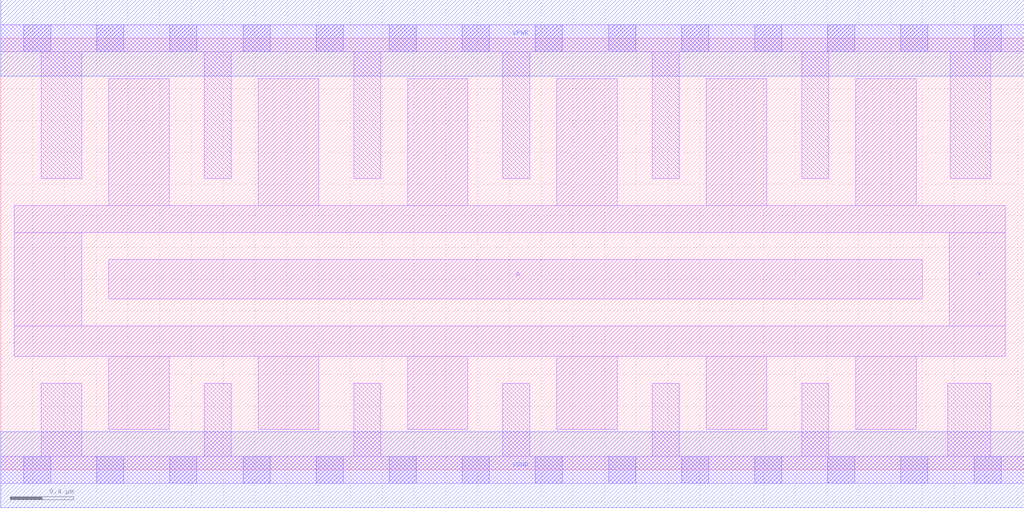
<source format=lef>
# Copyright 2020 The SkyWater PDK Authors
#
# Licensed under the Apache License, Version 2.0 (the "License");
# you may not use this file except in compliance with the License.
# You may obtain a copy of the License at
#
#     https://www.apache.org/licenses/LICENSE-2.0
#
# Unless required by applicable law or agreed to in writing, software
# distributed under the License is distributed on an "AS IS" BASIS,
# WITHOUT WARRANTIES OR CONDITIONS OF ANY KIND, either express or implied.
# See the License for the specific language governing permissions and
# limitations under the License.
#
# SPDX-License-Identifier: Apache-2.0

VERSION 5.7 ;
  NAMESCASESENSITIVE ON ;
  NOWIREEXTENSIONATPIN ON ;
  DIVIDERCHAR "/" ;
  BUSBITCHARS "[]" ;
UNITS
  DATABASE MICRONS 200 ;
END UNITS
PROPERTYDEFINITIONS
  MACRO maskLayoutSubType STRING ;
  MACRO prCellType STRING ;
  MACRO originalViewName STRING ;
END PROPERTYDEFINITIONS
MACRO sky130_fd_sc_hdll__inv_12
  CLASS CORE ;
  FOREIGN sky130_fd_sc_hdll__inv_12 ;
  ORIGIN  0.000000  0.000000 ;
  SIZE  6.440000 BY  2.720000 ;
  SYMMETRY X Y R90 ;
  SITE unithd ;
  PIN A
    ANTENNAGATEAREA  3.330000 ;
    DIRECTION INPUT ;
    USE SIGNAL ;
    PORT
      LAYER li1 ;
        RECT 0.680000 1.075000 5.800000 1.325000 ;
    END
  END A
  PIN VGND
    ANTENNADIFFAREA  1.384500 ;
    DIRECTION INOUT ;
    USE SIGNAL ;
    PORT
      LAYER met1 ;
        RECT 0.000000 -0.240000 6.440000 0.240000 ;
    END
  END VGND
  PIN VPWR
    ANTENNADIFFAREA  2.000000 ;
    DIRECTION INOUT ;
    USE SIGNAL ;
    PORT
      LAYER met1 ;
        RECT 0.000000 2.480000 6.440000 2.960000 ;
    END
  END VPWR
  PIN Y
    ANTENNADIFFAREA  3.020500 ;
    DIRECTION OUTPUT ;
    USE SIGNAL ;
    PORT
      LAYER li1 ;
        RECT 0.085000 0.715000 6.320000 0.905000 ;
        RECT 0.085000 0.905000 0.510000 1.495000 ;
        RECT 0.085000 1.495000 6.320000 1.665000 ;
        RECT 0.680000 0.255000 1.060000 0.715000 ;
        RECT 0.680000 1.665000 1.060000 2.465000 ;
        RECT 1.620000 0.255000 2.000000 0.715000 ;
        RECT 1.620000 1.665000 2.000000 2.465000 ;
        RECT 2.560000 0.255000 2.940000 0.715000 ;
        RECT 2.560000 1.665000 2.940000 2.465000 ;
        RECT 3.500000 0.255000 3.880000 0.715000 ;
        RECT 3.500000 1.665000 3.880000 2.465000 ;
        RECT 4.440000 0.255000 4.820000 0.715000 ;
        RECT 4.440000 1.665000 4.820000 2.465000 ;
        RECT 5.380000 0.255000 5.760000 0.715000 ;
        RECT 5.380000 1.665000 5.760000 2.465000 ;
        RECT 5.970000 0.905000 6.320000 1.495000 ;
    END
  END Y
  OBS
    LAYER li1 ;
      RECT 0.000000 -0.085000 6.440000 0.085000 ;
      RECT 0.000000  2.635000 6.440000 2.805000 ;
      RECT 0.255000  0.085000 0.510000 0.545000 ;
      RECT 0.255000  1.835000 0.510000 2.635000 ;
      RECT 1.280000  0.085000 1.450000 0.545000 ;
      RECT 1.280000  1.835000 1.450000 2.635000 ;
      RECT 2.220000  0.085000 2.390000 0.545000 ;
      RECT 2.220000  1.835000 2.390000 2.635000 ;
      RECT 3.160000  0.085000 3.330000 0.545000 ;
      RECT 3.160000  1.835000 3.330000 2.635000 ;
      RECT 4.100000  0.085000 4.270000 0.545000 ;
      RECT 4.100000  1.835000 4.270000 2.635000 ;
      RECT 5.040000  0.085000 5.210000 0.545000 ;
      RECT 5.040000  1.835000 5.210000 2.635000 ;
      RECT 5.960000  0.085000 6.230000 0.545000 ;
      RECT 5.975000  1.835000 6.230000 2.635000 ;
    LAYER mcon ;
      RECT 0.145000 -0.085000 0.315000 0.085000 ;
      RECT 0.145000  2.635000 0.315000 2.805000 ;
      RECT 0.605000 -0.085000 0.775000 0.085000 ;
      RECT 0.605000  2.635000 0.775000 2.805000 ;
      RECT 1.065000 -0.085000 1.235000 0.085000 ;
      RECT 1.065000  2.635000 1.235000 2.805000 ;
      RECT 1.525000 -0.085000 1.695000 0.085000 ;
      RECT 1.525000  2.635000 1.695000 2.805000 ;
      RECT 1.985000 -0.085000 2.155000 0.085000 ;
      RECT 1.985000  2.635000 2.155000 2.805000 ;
      RECT 2.445000 -0.085000 2.615000 0.085000 ;
      RECT 2.445000  2.635000 2.615000 2.805000 ;
      RECT 2.905000 -0.085000 3.075000 0.085000 ;
      RECT 2.905000  2.635000 3.075000 2.805000 ;
      RECT 3.365000 -0.085000 3.535000 0.085000 ;
      RECT 3.365000  2.635000 3.535000 2.805000 ;
      RECT 3.825000 -0.085000 3.995000 0.085000 ;
      RECT 3.825000  2.635000 3.995000 2.805000 ;
      RECT 4.285000 -0.085000 4.455000 0.085000 ;
      RECT 4.285000  2.635000 4.455000 2.805000 ;
      RECT 4.745000 -0.085000 4.915000 0.085000 ;
      RECT 4.745000  2.635000 4.915000 2.805000 ;
      RECT 5.205000 -0.085000 5.375000 0.085000 ;
      RECT 5.205000  2.635000 5.375000 2.805000 ;
      RECT 5.665000 -0.085000 5.835000 0.085000 ;
      RECT 5.665000  2.635000 5.835000 2.805000 ;
      RECT 6.125000 -0.085000 6.295000 0.085000 ;
      RECT 6.125000  2.635000 6.295000 2.805000 ;
  END
  PROPERTY maskLayoutSubType "abstract" ;
  PROPERTY prCellType "standard" ;
  PROPERTY originalViewName "layout" ;
END sky130_fd_sc_hdll__inv_12
END LIBRARY

</source>
